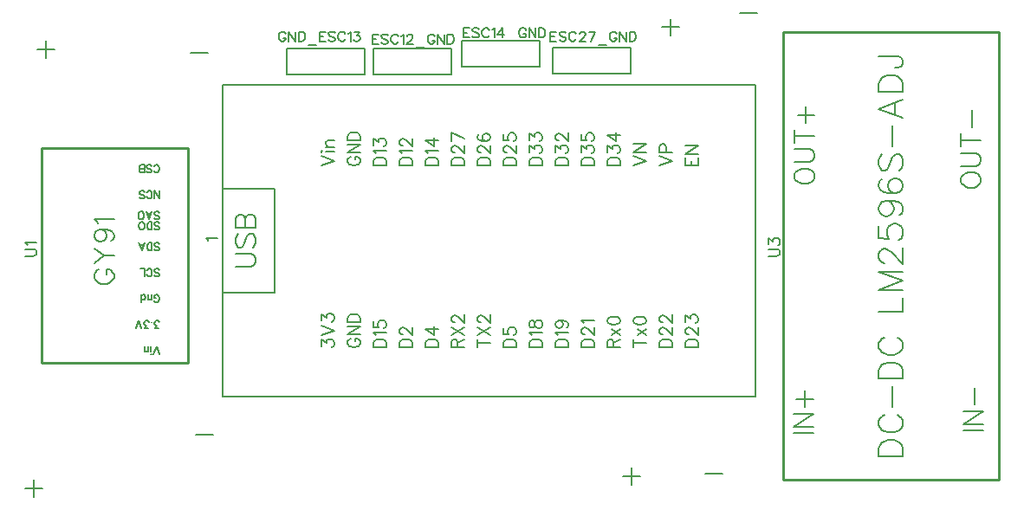
<source format=gto>
G04 Layer: TopSilkscreenLayer*
G04 EasyEDA v6.5.50, 2025-05-22 18:22:48*
G04 fc6da040da284c709fc099fb5742b6c8,f287e63262dc457b8036977447f4c865,10*
G04 Gerber Generator version 0.2*
G04 Scale: 100 percent, Rotated: No, Reflected: No *
G04 Dimensions in millimeters *
G04 leading zeros omitted , absolute positions ,4 integer and 5 decimal *
%FSLAX45Y45*%
%MOMM*%

%ADD10C,0.2032*%
%ADD11C,0.1524*%
%ADD12C,0.1270*%
%ADD13C,0.2030*%
%ADD14C,0.2540*%
%ADD15C,0.0198*%

%LPD*%
D10*
X3512058Y4228592D02*
G01*
X3512058Y4062476D01*
X3429000Y4145534D02*
G01*
X3595370Y4145534D01*
X3626358Y8521192D02*
G01*
X3626358Y8355076D01*
X3543300Y8438134D02*
G01*
X3709670Y8438134D01*
X10071100Y4290542D02*
G01*
X10237470Y4290542D01*
X9354058Y4348200D02*
G01*
X9354058Y4182084D01*
X9271000Y4265142D02*
G01*
X9437370Y4265142D01*
X10414000Y8793734D02*
G01*
X10580370Y8793734D01*
X9735058Y8737092D02*
G01*
X9735058Y8570976D01*
X9652000Y8654034D02*
G01*
X9818370Y8654034D01*
X5092700Y4666234D02*
G01*
X5259070Y4666234D01*
X5041900Y8400034D02*
G01*
X5208270Y8400034D01*
D11*
X5214111Y6565900D02*
G01*
X5208777Y6576313D01*
X5193284Y6591808D01*
X5302250Y6591808D01*
X5484622Y6311900D02*
G01*
X5623052Y6311900D01*
X5650738Y6321044D01*
X5669279Y6339586D01*
X5678424Y6367271D01*
X5678424Y6385813D01*
X5669279Y6413500D01*
X5650738Y6432042D01*
X5623052Y6441186D01*
X5484622Y6441186D01*
X5512308Y6631431D02*
G01*
X5493765Y6612889D01*
X5484622Y6585204D01*
X5484622Y6548373D01*
X5493765Y6520687D01*
X5512308Y6502145D01*
X5530850Y6502145D01*
X5549138Y6511289D01*
X5558536Y6520687D01*
X5567679Y6539229D01*
X5586222Y6594602D01*
X5595365Y6612889D01*
X5604509Y6622287D01*
X5623052Y6631431D01*
X5650738Y6631431D01*
X5669279Y6612889D01*
X5678424Y6585204D01*
X5678424Y6548373D01*
X5669279Y6520687D01*
X5650738Y6502145D01*
X5484622Y6692392D02*
G01*
X5678424Y6692392D01*
X5484622Y6692392D02*
G01*
X5484622Y6775450D01*
X5493765Y6803389D01*
X5502909Y6812534D01*
X5521452Y6821678D01*
X5539993Y6821678D01*
X5558536Y6812534D01*
X5567679Y6803389D01*
X5576824Y6775450D01*
X5576824Y6692392D02*
G01*
X5576824Y6775450D01*
X5586222Y6803389D01*
X5595365Y6812534D01*
X5613908Y6821678D01*
X5641593Y6821678D01*
X5660136Y6812534D01*
X5669279Y6803389D01*
X5678424Y6775450D01*
X5678424Y6692392D01*
D10*
X6323329Y5535929D02*
G01*
X6323329Y5599429D01*
X6369558Y5564886D01*
X6369558Y5582157D01*
X6375400Y5593842D01*
X6381241Y5599429D01*
X6398513Y5605271D01*
X6409943Y5605271D01*
X6427470Y5599429D01*
X6438900Y5588000D01*
X6444741Y5570728D01*
X6444741Y5553455D01*
X6438900Y5535929D01*
X6433058Y5530342D01*
X6421627Y5524500D01*
X6323329Y5643371D02*
G01*
X6444741Y5689600D01*
X6323329Y5735828D02*
G01*
X6444741Y5689600D01*
X6323329Y5785357D02*
G01*
X6323329Y5848857D01*
X6369558Y5814313D01*
X6369558Y5831586D01*
X6375400Y5843270D01*
X6381241Y5848857D01*
X6398513Y5854700D01*
X6409943Y5854700D01*
X6427470Y5848857D01*
X6438900Y5837428D01*
X6444741Y5820155D01*
X6444741Y5802629D01*
X6438900Y5785357D01*
X6433058Y5779770D01*
X6421627Y5773928D01*
X6606286Y5611113D02*
G01*
X6594856Y5605271D01*
X6583172Y5593842D01*
X6577329Y5582157D01*
X6577329Y5559044D01*
X6583172Y5547613D01*
X6594856Y5535929D01*
X6606286Y5530342D01*
X6623558Y5524500D01*
X6652513Y5524500D01*
X6669786Y5530342D01*
X6681470Y5535929D01*
X6692900Y5547613D01*
X6698741Y5559044D01*
X6698741Y5582157D01*
X6692900Y5593842D01*
X6681470Y5605271D01*
X6669786Y5611113D01*
X6652513Y5611113D01*
X6652513Y5582157D02*
G01*
X6652513Y5611113D01*
X6577329Y5649213D02*
G01*
X6698741Y5649213D01*
X6577329Y5649213D02*
G01*
X6698741Y5729986D01*
X6577329Y5729986D02*
G01*
X6698741Y5729986D01*
X6577329Y5768086D02*
G01*
X6698741Y5768086D01*
X6577329Y5768086D02*
G01*
X6577329Y5808471D01*
X6583172Y5825744D01*
X6594856Y5837428D01*
X6606286Y5843270D01*
X6623558Y5848857D01*
X6652513Y5848857D01*
X6669786Y5843270D01*
X6681470Y5837428D01*
X6692900Y5825744D01*
X6698741Y5808471D01*
X6698741Y5768086D01*
X6831329Y5524500D02*
G01*
X6952741Y5524500D01*
X6831329Y5524500D02*
G01*
X6831329Y5564886D01*
X6837172Y5582157D01*
X6848856Y5593842D01*
X6860286Y5599429D01*
X6877558Y5605271D01*
X6906513Y5605271D01*
X6923786Y5599429D01*
X6935470Y5593842D01*
X6946900Y5582157D01*
X6952741Y5564886D01*
X6952741Y5524500D01*
X6854443Y5643371D02*
G01*
X6848856Y5655055D01*
X6831329Y5672328D01*
X6952741Y5672328D01*
X6831329Y5779770D02*
G01*
X6831329Y5721857D01*
X6883400Y5716270D01*
X6877558Y5721857D01*
X6871970Y5739129D01*
X6871970Y5756655D01*
X6877558Y5773928D01*
X6889241Y5785357D01*
X6906513Y5791200D01*
X6917943Y5791200D01*
X6935470Y5785357D01*
X6946900Y5773928D01*
X6952741Y5756655D01*
X6952741Y5739129D01*
X6946900Y5721857D01*
X6941058Y5716270D01*
X6929627Y5710428D01*
X7085329Y5524500D02*
G01*
X7206741Y5524500D01*
X7085329Y5524500D02*
G01*
X7085329Y5564886D01*
X7091172Y5582157D01*
X7102856Y5593842D01*
X7114286Y5599429D01*
X7131558Y5605271D01*
X7160513Y5605271D01*
X7177786Y5599429D01*
X7189470Y5593842D01*
X7200900Y5582157D01*
X7206741Y5564886D01*
X7206741Y5524500D01*
X7114286Y5649213D02*
G01*
X7108443Y5649213D01*
X7097013Y5655055D01*
X7091172Y5660644D01*
X7085329Y5672328D01*
X7085329Y5695442D01*
X7091172Y5706871D01*
X7097013Y5712713D01*
X7108443Y5718555D01*
X7120127Y5718555D01*
X7131558Y5712713D01*
X7148829Y5701029D01*
X7206741Y5643371D01*
X7206741Y5724144D01*
X7339329Y5524500D02*
G01*
X7460741Y5524500D01*
X7339329Y5524500D02*
G01*
X7339329Y5564886D01*
X7345172Y5582157D01*
X7356856Y5593842D01*
X7368286Y5599429D01*
X7385558Y5605271D01*
X7414513Y5605271D01*
X7431786Y5599429D01*
X7443470Y5593842D01*
X7454900Y5582157D01*
X7460741Y5564886D01*
X7460741Y5524500D01*
X7339329Y5701029D02*
G01*
X7420356Y5643371D01*
X7420356Y5729986D01*
X7339329Y5701029D02*
G01*
X7460741Y5701029D01*
X7593329Y5524500D02*
G01*
X7714741Y5524500D01*
X7593329Y5524500D02*
G01*
X7593329Y5576570D01*
X7599172Y5593842D01*
X7605013Y5599429D01*
X7616443Y5605271D01*
X7628127Y5605271D01*
X7639558Y5599429D01*
X7645400Y5593842D01*
X7651241Y5576570D01*
X7651241Y5524500D01*
X7651241Y5564886D02*
G01*
X7714741Y5605271D01*
X7593329Y5643371D02*
G01*
X7714741Y5724144D01*
X7593329Y5724144D02*
G01*
X7714741Y5643371D01*
X7622286Y5768086D02*
G01*
X7616443Y5768086D01*
X7605013Y5773928D01*
X7599172Y5779770D01*
X7593329Y5791200D01*
X7593329Y5814313D01*
X7599172Y5825744D01*
X7605013Y5831586D01*
X7616443Y5837428D01*
X7628127Y5837428D01*
X7639558Y5831586D01*
X7656829Y5820155D01*
X7714741Y5762244D01*
X7714741Y5843270D01*
X7847329Y5564886D02*
G01*
X7968741Y5564886D01*
X7847329Y5524500D02*
G01*
X7847329Y5605271D01*
X7847329Y5643371D02*
G01*
X7968741Y5724144D01*
X7847329Y5724144D02*
G01*
X7968741Y5643371D01*
X7876286Y5768086D02*
G01*
X7870443Y5768086D01*
X7859013Y5773928D01*
X7853172Y5779770D01*
X7847329Y5791200D01*
X7847329Y5814313D01*
X7853172Y5825744D01*
X7859013Y5831586D01*
X7870443Y5837428D01*
X7882127Y5837428D01*
X7893558Y5831586D01*
X7910829Y5820155D01*
X7968741Y5762244D01*
X7968741Y5843270D01*
X8101329Y5524500D02*
G01*
X8222741Y5524500D01*
X8101329Y5524500D02*
G01*
X8101329Y5564886D01*
X8107172Y5582157D01*
X8118856Y5593842D01*
X8130286Y5599429D01*
X8147558Y5605271D01*
X8176513Y5605271D01*
X8193786Y5599429D01*
X8205470Y5593842D01*
X8216900Y5582157D01*
X8222741Y5564886D01*
X8222741Y5524500D01*
X8101329Y5712713D02*
G01*
X8101329Y5655055D01*
X8153400Y5649213D01*
X8147558Y5655055D01*
X8141970Y5672328D01*
X8141970Y5689600D01*
X8147558Y5706871D01*
X8159241Y5718555D01*
X8176513Y5724144D01*
X8187943Y5724144D01*
X8205470Y5718555D01*
X8216900Y5706871D01*
X8222741Y5689600D01*
X8222741Y5672328D01*
X8216900Y5655055D01*
X8211058Y5649213D01*
X8199627Y5643371D01*
X8355329Y5524500D02*
G01*
X8476741Y5524500D01*
X8355329Y5524500D02*
G01*
X8355329Y5564886D01*
X8361172Y5582157D01*
X8372856Y5593842D01*
X8384286Y5599429D01*
X8401558Y5605271D01*
X8430513Y5605271D01*
X8447786Y5599429D01*
X8459470Y5593842D01*
X8470900Y5582157D01*
X8476741Y5564886D01*
X8476741Y5524500D01*
X8378443Y5643371D02*
G01*
X8372856Y5655055D01*
X8355329Y5672328D01*
X8476741Y5672328D01*
X8355329Y5739129D02*
G01*
X8361172Y5721857D01*
X8372856Y5716270D01*
X8384286Y5716270D01*
X8395970Y5721857D01*
X8401558Y5733542D01*
X8407400Y5756655D01*
X8413241Y5773928D01*
X8424672Y5785357D01*
X8436356Y5791200D01*
X8453627Y5791200D01*
X8465058Y5785357D01*
X8470900Y5779770D01*
X8476741Y5762244D01*
X8476741Y5739129D01*
X8470900Y5721857D01*
X8465058Y5716270D01*
X8453627Y5710428D01*
X8436356Y5710428D01*
X8424672Y5716270D01*
X8413241Y5727700D01*
X8407400Y5744971D01*
X8401558Y5768086D01*
X8395970Y5779770D01*
X8384286Y5785357D01*
X8372856Y5785357D01*
X8361172Y5779770D01*
X8355329Y5762244D01*
X8355329Y5739129D01*
X8609329Y5524500D02*
G01*
X8730741Y5524500D01*
X8609329Y5524500D02*
G01*
X8609329Y5564886D01*
X8615172Y5582157D01*
X8626856Y5593842D01*
X8638286Y5599429D01*
X8655558Y5605271D01*
X8684513Y5605271D01*
X8701786Y5599429D01*
X8713470Y5593842D01*
X8724900Y5582157D01*
X8730741Y5564886D01*
X8730741Y5524500D01*
X8632443Y5643371D02*
G01*
X8626856Y5655055D01*
X8609329Y5672328D01*
X8730741Y5672328D01*
X8649970Y5785357D02*
G01*
X8667241Y5779770D01*
X8678672Y5768086D01*
X8684513Y5750813D01*
X8684513Y5744971D01*
X8678672Y5727700D01*
X8667241Y5716270D01*
X8649970Y5710428D01*
X8644127Y5710428D01*
X8626856Y5716270D01*
X8615172Y5727700D01*
X8609329Y5744971D01*
X8609329Y5750813D01*
X8615172Y5768086D01*
X8626856Y5779770D01*
X8649970Y5785357D01*
X8678672Y5785357D01*
X8707627Y5779770D01*
X8724900Y5768086D01*
X8730741Y5750813D01*
X8730741Y5739129D01*
X8724900Y5721857D01*
X8713470Y5716270D01*
X8863329Y5524500D02*
G01*
X8984741Y5524500D01*
X8863329Y5524500D02*
G01*
X8863329Y5564886D01*
X8869172Y5582157D01*
X8880856Y5593842D01*
X8892286Y5599429D01*
X8909558Y5605271D01*
X8938513Y5605271D01*
X8955786Y5599429D01*
X8967470Y5593842D01*
X8978900Y5582157D01*
X8984741Y5564886D01*
X8984741Y5524500D01*
X8892286Y5649213D02*
G01*
X8886443Y5649213D01*
X8875013Y5655055D01*
X8869172Y5660644D01*
X8863329Y5672328D01*
X8863329Y5695442D01*
X8869172Y5706871D01*
X8875013Y5712713D01*
X8886443Y5718555D01*
X8898127Y5718555D01*
X8909558Y5712713D01*
X8926829Y5701029D01*
X8984741Y5643371D01*
X8984741Y5724144D01*
X8886443Y5762244D02*
G01*
X8880856Y5773928D01*
X8863329Y5791200D01*
X8984741Y5791200D01*
X9117329Y5524500D02*
G01*
X9238741Y5524500D01*
X9117329Y5524500D02*
G01*
X9117329Y5576570D01*
X9123172Y5593842D01*
X9129013Y5599429D01*
X9140443Y5605271D01*
X9152127Y5605271D01*
X9163558Y5599429D01*
X9169400Y5593842D01*
X9175241Y5576570D01*
X9175241Y5524500D01*
X9175241Y5564886D02*
G01*
X9238741Y5605271D01*
X9157970Y5643371D02*
G01*
X9238741Y5706871D01*
X9157970Y5706871D02*
G01*
X9238741Y5643371D01*
X9117329Y5779770D02*
G01*
X9123172Y5762244D01*
X9140443Y5750813D01*
X9169400Y5744971D01*
X9186672Y5744971D01*
X9215627Y5750813D01*
X9232900Y5762244D01*
X9238741Y5779770D01*
X9238741Y5791200D01*
X9232900Y5808471D01*
X9215627Y5820155D01*
X9186672Y5825744D01*
X9169400Y5825744D01*
X9140443Y5820155D01*
X9123172Y5808471D01*
X9117329Y5791200D01*
X9117329Y5779770D01*
X9371329Y5564886D02*
G01*
X9492741Y5564886D01*
X9371329Y5524500D02*
G01*
X9371329Y5605271D01*
X9411970Y5643371D02*
G01*
X9492741Y5706871D01*
X9411970Y5706871D02*
G01*
X9492741Y5643371D01*
X9371329Y5779770D02*
G01*
X9377172Y5762244D01*
X9394443Y5750813D01*
X9423400Y5744971D01*
X9440672Y5744971D01*
X9469627Y5750813D01*
X9486900Y5762244D01*
X9492741Y5779770D01*
X9492741Y5791200D01*
X9486900Y5808471D01*
X9469627Y5820155D01*
X9440672Y5825744D01*
X9423400Y5825744D01*
X9394443Y5820155D01*
X9377172Y5808471D01*
X9371329Y5791200D01*
X9371329Y5779770D01*
X9625329Y5524500D02*
G01*
X9746741Y5524500D01*
X9625329Y5524500D02*
G01*
X9625329Y5564886D01*
X9631172Y5582157D01*
X9642856Y5593842D01*
X9654286Y5599429D01*
X9671558Y5605271D01*
X9700513Y5605271D01*
X9717786Y5599429D01*
X9729470Y5593842D01*
X9740900Y5582157D01*
X9746741Y5564886D01*
X9746741Y5524500D01*
X9654286Y5649213D02*
G01*
X9648443Y5649213D01*
X9637013Y5655055D01*
X9631172Y5660644D01*
X9625329Y5672328D01*
X9625329Y5695442D01*
X9631172Y5706871D01*
X9637013Y5712713D01*
X9648443Y5718555D01*
X9660127Y5718555D01*
X9671558Y5712713D01*
X9688829Y5701029D01*
X9746741Y5643371D01*
X9746741Y5724144D01*
X9654286Y5768086D02*
G01*
X9648443Y5768086D01*
X9637013Y5773928D01*
X9631172Y5779770D01*
X9625329Y5791200D01*
X9625329Y5814313D01*
X9631172Y5825744D01*
X9637013Y5831586D01*
X9648443Y5837428D01*
X9660127Y5837428D01*
X9671558Y5831586D01*
X9688829Y5820155D01*
X9746741Y5762244D01*
X9746741Y5843270D01*
X9879329Y5524500D02*
G01*
X10000741Y5524500D01*
X9879329Y5524500D02*
G01*
X9879329Y5564886D01*
X9885172Y5582157D01*
X9896856Y5593842D01*
X9908286Y5599429D01*
X9925558Y5605271D01*
X9954513Y5605271D01*
X9971786Y5599429D01*
X9983470Y5593842D01*
X9994900Y5582157D01*
X10000741Y5564886D01*
X10000741Y5524500D01*
X9908286Y5649213D02*
G01*
X9902443Y5649213D01*
X9891013Y5655055D01*
X9885172Y5660644D01*
X9879329Y5672328D01*
X9879329Y5695442D01*
X9885172Y5706871D01*
X9891013Y5712713D01*
X9902443Y5718555D01*
X9914127Y5718555D01*
X9925558Y5712713D01*
X9942829Y5701029D01*
X10000741Y5643371D01*
X10000741Y5724144D01*
X9879329Y5773928D02*
G01*
X9879329Y5837428D01*
X9925558Y5802629D01*
X9925558Y5820155D01*
X9931400Y5831586D01*
X9937241Y5837428D01*
X9954513Y5843270D01*
X9965943Y5843270D01*
X9983470Y5837428D01*
X9994900Y5825744D01*
X10000741Y5808471D01*
X10000741Y5791200D01*
X9994900Y5773928D01*
X9989058Y5768086D01*
X9977627Y5762244D01*
X6323329Y7302500D02*
G01*
X6444741Y7348728D01*
X6323329Y7394955D02*
G01*
X6444741Y7348728D01*
X6323329Y7433055D02*
G01*
X6329172Y7438644D01*
X6323329Y7444486D01*
X6317741Y7438644D01*
X6323329Y7433055D01*
X6363970Y7438644D02*
G01*
X6444741Y7438644D01*
X6363970Y7482586D02*
G01*
X6444741Y7482586D01*
X6386829Y7482586D02*
G01*
X6369558Y7499858D01*
X6363970Y7511542D01*
X6363970Y7528813D01*
X6369558Y7540244D01*
X6386829Y7546086D01*
X6444741Y7546086D01*
X6606286Y7389113D02*
G01*
X6594856Y7383271D01*
X6583172Y7371842D01*
X6577329Y7360158D01*
X6577329Y7337044D01*
X6583172Y7325613D01*
X6594856Y7313929D01*
X6606286Y7308342D01*
X6623558Y7302500D01*
X6652513Y7302500D01*
X6669786Y7308342D01*
X6681470Y7313929D01*
X6692900Y7325613D01*
X6698741Y7337044D01*
X6698741Y7360158D01*
X6692900Y7371842D01*
X6681470Y7383271D01*
X6669786Y7389113D01*
X6652513Y7389113D01*
X6652513Y7360158D02*
G01*
X6652513Y7389113D01*
X6577329Y7427213D02*
G01*
X6698741Y7427213D01*
X6577329Y7427213D02*
G01*
X6698741Y7507986D01*
X6577329Y7507986D02*
G01*
X6698741Y7507986D01*
X6577329Y7546086D02*
G01*
X6698741Y7546086D01*
X6577329Y7546086D02*
G01*
X6577329Y7586471D01*
X6583172Y7603744D01*
X6594856Y7615428D01*
X6606286Y7621270D01*
X6623558Y7626858D01*
X6652513Y7626858D01*
X6669786Y7621270D01*
X6681470Y7615428D01*
X6692900Y7603744D01*
X6698741Y7586471D01*
X6698741Y7546086D01*
X6831329Y7302500D02*
G01*
X6952741Y7302500D01*
X6831329Y7302500D02*
G01*
X6831329Y7342886D01*
X6837172Y7360158D01*
X6848856Y7371842D01*
X6860286Y7377429D01*
X6877558Y7383271D01*
X6906513Y7383271D01*
X6923786Y7377429D01*
X6935470Y7371842D01*
X6946900Y7360158D01*
X6952741Y7342886D01*
X6952741Y7302500D01*
X6854443Y7421371D02*
G01*
X6848856Y7433055D01*
X6831329Y7450328D01*
X6952741Y7450328D01*
X6831329Y7499858D02*
G01*
X6831329Y7563358D01*
X6877558Y7528813D01*
X6877558Y7546086D01*
X6883400Y7557770D01*
X6889241Y7563358D01*
X6906513Y7569200D01*
X6917943Y7569200D01*
X6935470Y7563358D01*
X6946900Y7551928D01*
X6952741Y7534655D01*
X6952741Y7517129D01*
X6946900Y7499858D01*
X6941058Y7494270D01*
X6929627Y7488428D01*
X7085329Y7302500D02*
G01*
X7206741Y7302500D01*
X7085329Y7302500D02*
G01*
X7085329Y7342886D01*
X7091172Y7360158D01*
X7102856Y7371842D01*
X7114286Y7377429D01*
X7131558Y7383271D01*
X7160513Y7383271D01*
X7177786Y7377429D01*
X7189470Y7371842D01*
X7200900Y7360158D01*
X7206741Y7342886D01*
X7206741Y7302500D01*
X7108443Y7421371D02*
G01*
X7102856Y7433055D01*
X7085329Y7450328D01*
X7206741Y7450328D01*
X7114286Y7494270D02*
G01*
X7108443Y7494270D01*
X7097013Y7499858D01*
X7091172Y7505700D01*
X7085329Y7517129D01*
X7085329Y7540244D01*
X7091172Y7551928D01*
X7097013Y7557770D01*
X7108443Y7563358D01*
X7120127Y7563358D01*
X7131558Y7557770D01*
X7148829Y7546086D01*
X7206741Y7488428D01*
X7206741Y7569200D01*
X7339329Y7302500D02*
G01*
X7460741Y7302500D01*
X7339329Y7302500D02*
G01*
X7339329Y7342886D01*
X7345172Y7360158D01*
X7356856Y7371842D01*
X7368286Y7377429D01*
X7385558Y7383271D01*
X7414513Y7383271D01*
X7431786Y7377429D01*
X7443470Y7371842D01*
X7454900Y7360158D01*
X7460741Y7342886D01*
X7460741Y7302500D01*
X7362443Y7421371D02*
G01*
X7356856Y7433055D01*
X7339329Y7450328D01*
X7460741Y7450328D01*
X7339329Y7546086D02*
G01*
X7420356Y7488428D01*
X7420356Y7575042D01*
X7339329Y7546086D02*
G01*
X7460741Y7546086D01*
X7593329Y7302500D02*
G01*
X7714741Y7302500D01*
X7593329Y7302500D02*
G01*
X7593329Y7342886D01*
X7599172Y7360158D01*
X7610856Y7371842D01*
X7622286Y7377429D01*
X7639558Y7383271D01*
X7668513Y7383271D01*
X7685786Y7377429D01*
X7697470Y7371842D01*
X7708900Y7360158D01*
X7714741Y7342886D01*
X7714741Y7302500D01*
X7622286Y7427213D02*
G01*
X7616443Y7427213D01*
X7605013Y7433055D01*
X7599172Y7438644D01*
X7593329Y7450328D01*
X7593329Y7473442D01*
X7599172Y7484871D01*
X7605013Y7490713D01*
X7616443Y7496555D01*
X7628127Y7496555D01*
X7639558Y7490713D01*
X7656829Y7479029D01*
X7714741Y7421371D01*
X7714741Y7502144D01*
X7593329Y7621270D02*
G01*
X7714741Y7563358D01*
X7593329Y7540244D02*
G01*
X7593329Y7621270D01*
X7847329Y7302500D02*
G01*
X7968741Y7302500D01*
X7847329Y7302500D02*
G01*
X7847329Y7342886D01*
X7853172Y7360158D01*
X7864856Y7371842D01*
X7876286Y7377429D01*
X7893558Y7383271D01*
X7922513Y7383271D01*
X7939786Y7377429D01*
X7951470Y7371842D01*
X7962900Y7360158D01*
X7968741Y7342886D01*
X7968741Y7302500D01*
X7876286Y7427213D02*
G01*
X7870443Y7427213D01*
X7859013Y7433055D01*
X7853172Y7438644D01*
X7847329Y7450328D01*
X7847329Y7473442D01*
X7853172Y7484871D01*
X7859013Y7490713D01*
X7870443Y7496555D01*
X7882127Y7496555D01*
X7893558Y7490713D01*
X7910829Y7479029D01*
X7968741Y7421371D01*
X7968741Y7502144D01*
X7864856Y7609586D02*
G01*
X7853172Y7603744D01*
X7847329Y7586471D01*
X7847329Y7575042D01*
X7853172Y7557770D01*
X7870443Y7546086D01*
X7899400Y7540244D01*
X7928356Y7540244D01*
X7951470Y7546086D01*
X7962900Y7557770D01*
X7968741Y7575042D01*
X7968741Y7580629D01*
X7962900Y7598155D01*
X7951470Y7609586D01*
X7933943Y7615428D01*
X7928356Y7615428D01*
X7910829Y7609586D01*
X7899400Y7598155D01*
X7893558Y7580629D01*
X7893558Y7575042D01*
X7899400Y7557770D01*
X7910829Y7546086D01*
X7928356Y7540244D01*
X8101329Y7302500D02*
G01*
X8222741Y7302500D01*
X8101329Y7302500D02*
G01*
X8101329Y7342886D01*
X8107172Y7360158D01*
X8118856Y7371842D01*
X8130286Y7377429D01*
X8147558Y7383271D01*
X8176513Y7383271D01*
X8193786Y7377429D01*
X8205470Y7371842D01*
X8216900Y7360158D01*
X8222741Y7342886D01*
X8222741Y7302500D01*
X8130286Y7427213D02*
G01*
X8124443Y7427213D01*
X8113013Y7433055D01*
X8107172Y7438644D01*
X8101329Y7450328D01*
X8101329Y7473442D01*
X8107172Y7484871D01*
X8113013Y7490713D01*
X8124443Y7496555D01*
X8136127Y7496555D01*
X8147558Y7490713D01*
X8164829Y7479029D01*
X8222741Y7421371D01*
X8222741Y7502144D01*
X8101329Y7609586D02*
G01*
X8101329Y7551928D01*
X8153400Y7546086D01*
X8147558Y7551928D01*
X8141970Y7569200D01*
X8141970Y7586471D01*
X8147558Y7603744D01*
X8159241Y7615428D01*
X8176513Y7621270D01*
X8187943Y7621270D01*
X8205470Y7615428D01*
X8216900Y7603744D01*
X8222741Y7586471D01*
X8222741Y7569200D01*
X8216900Y7551928D01*
X8211058Y7546086D01*
X8199627Y7540244D01*
X8355329Y7302500D02*
G01*
X8476741Y7302500D01*
X8355329Y7302500D02*
G01*
X8355329Y7342886D01*
X8361172Y7360158D01*
X8372856Y7371842D01*
X8384286Y7377429D01*
X8401558Y7383271D01*
X8430513Y7383271D01*
X8447786Y7377429D01*
X8459470Y7371842D01*
X8470900Y7360158D01*
X8476741Y7342886D01*
X8476741Y7302500D01*
X8355329Y7433055D02*
G01*
X8355329Y7496555D01*
X8401558Y7461758D01*
X8401558Y7479029D01*
X8407400Y7490713D01*
X8413241Y7496555D01*
X8430513Y7502144D01*
X8441943Y7502144D01*
X8459470Y7496555D01*
X8470900Y7484871D01*
X8476741Y7467600D01*
X8476741Y7450328D01*
X8470900Y7433055D01*
X8465058Y7427213D01*
X8453627Y7421371D01*
X8355329Y7551928D02*
G01*
X8355329Y7615428D01*
X8401558Y7580629D01*
X8401558Y7598155D01*
X8407400Y7609586D01*
X8413241Y7615428D01*
X8430513Y7621270D01*
X8441943Y7621270D01*
X8459470Y7615428D01*
X8470900Y7603744D01*
X8476741Y7586471D01*
X8476741Y7569200D01*
X8470900Y7551928D01*
X8465058Y7546086D01*
X8453627Y7540244D01*
X8609329Y7302500D02*
G01*
X8730741Y7302500D01*
X8609329Y7302500D02*
G01*
X8609329Y7342886D01*
X8615172Y7360158D01*
X8626856Y7371842D01*
X8638286Y7377429D01*
X8655558Y7383271D01*
X8684513Y7383271D01*
X8701786Y7377429D01*
X8713470Y7371842D01*
X8724900Y7360158D01*
X8730741Y7342886D01*
X8730741Y7302500D01*
X8609329Y7433055D02*
G01*
X8609329Y7496555D01*
X8655558Y7461758D01*
X8655558Y7479029D01*
X8661400Y7490713D01*
X8667241Y7496555D01*
X8684513Y7502144D01*
X8695943Y7502144D01*
X8713470Y7496555D01*
X8724900Y7484871D01*
X8730741Y7467600D01*
X8730741Y7450328D01*
X8724900Y7433055D01*
X8719058Y7427213D01*
X8707627Y7421371D01*
X8638286Y7546086D02*
G01*
X8632443Y7546086D01*
X8621013Y7551928D01*
X8615172Y7557770D01*
X8609329Y7569200D01*
X8609329Y7592313D01*
X8615172Y7603744D01*
X8621013Y7609586D01*
X8632443Y7615428D01*
X8644127Y7615428D01*
X8655558Y7609586D01*
X8672829Y7598155D01*
X8730741Y7540244D01*
X8730741Y7621270D01*
X8863329Y7302500D02*
G01*
X8984741Y7302500D01*
X8863329Y7302500D02*
G01*
X8863329Y7342886D01*
X8869172Y7360158D01*
X8880856Y7371842D01*
X8892286Y7377429D01*
X8909558Y7383271D01*
X8938513Y7383271D01*
X8955786Y7377429D01*
X8967470Y7371842D01*
X8978900Y7360158D01*
X8984741Y7342886D01*
X8984741Y7302500D01*
X8863329Y7433055D02*
G01*
X8863329Y7496555D01*
X8909558Y7461758D01*
X8909558Y7479029D01*
X8915400Y7490713D01*
X8921241Y7496555D01*
X8938513Y7502144D01*
X8949943Y7502144D01*
X8967470Y7496555D01*
X8978900Y7484871D01*
X8984741Y7467600D01*
X8984741Y7450328D01*
X8978900Y7433055D01*
X8973058Y7427213D01*
X8961627Y7421371D01*
X8863329Y7609586D02*
G01*
X8863329Y7551928D01*
X8915400Y7546086D01*
X8909558Y7551928D01*
X8903970Y7569200D01*
X8903970Y7586471D01*
X8909558Y7603744D01*
X8921241Y7615428D01*
X8938513Y7621270D01*
X8949943Y7621270D01*
X8967470Y7615428D01*
X8978900Y7603744D01*
X8984741Y7586471D01*
X8984741Y7569200D01*
X8978900Y7551928D01*
X8973058Y7546086D01*
X8961627Y7540244D01*
X9117329Y7302500D02*
G01*
X9238741Y7302500D01*
X9117329Y7302500D02*
G01*
X9117329Y7342886D01*
X9123172Y7360158D01*
X9134856Y7371842D01*
X9146286Y7377429D01*
X9163558Y7383271D01*
X9192513Y7383271D01*
X9209786Y7377429D01*
X9221470Y7371842D01*
X9232900Y7360158D01*
X9238741Y7342886D01*
X9238741Y7302500D01*
X9117329Y7433055D02*
G01*
X9117329Y7496555D01*
X9163558Y7461758D01*
X9163558Y7479029D01*
X9169400Y7490713D01*
X9175241Y7496555D01*
X9192513Y7502144D01*
X9203943Y7502144D01*
X9221470Y7496555D01*
X9232900Y7484871D01*
X9238741Y7467600D01*
X9238741Y7450328D01*
X9232900Y7433055D01*
X9227058Y7427213D01*
X9215627Y7421371D01*
X9117329Y7598155D02*
G01*
X9198356Y7540244D01*
X9198356Y7626858D01*
X9117329Y7598155D02*
G01*
X9238741Y7598155D01*
X9371329Y7302500D02*
G01*
X9492741Y7348728D01*
X9371329Y7394955D02*
G01*
X9492741Y7348728D01*
X9371329Y7433055D02*
G01*
X9492741Y7433055D01*
X9371329Y7433055D02*
G01*
X9492741Y7513828D01*
X9371329Y7513828D02*
G01*
X9492741Y7513828D01*
X9625329Y7302500D02*
G01*
X9746741Y7348728D01*
X9625329Y7394955D02*
G01*
X9746741Y7348728D01*
X9625329Y7433055D02*
G01*
X9746741Y7433055D01*
X9625329Y7433055D02*
G01*
X9625329Y7484871D01*
X9631172Y7502144D01*
X9637013Y7507986D01*
X9648443Y7513828D01*
X9665970Y7513828D01*
X9677400Y7507986D01*
X9683241Y7502144D01*
X9688829Y7484871D01*
X9688829Y7433055D01*
X9879329Y7302500D02*
G01*
X10000741Y7302500D01*
X9879329Y7302500D02*
G01*
X9879329Y7377429D01*
X9937241Y7302500D02*
G01*
X9937241Y7348728D01*
X10000741Y7302500D02*
G01*
X10000741Y7377429D01*
X9879329Y7415529D02*
G01*
X10000741Y7415529D01*
X9879329Y7415529D02*
G01*
X10000741Y7496555D01*
X9879329Y7496555D02*
G01*
X10000741Y7496555D01*
D11*
X8559800Y8609837D02*
G01*
X8559800Y8514334D01*
X8559800Y8609837D02*
G01*
X8618981Y8609837D01*
X8559800Y8564371D02*
G01*
X8596122Y8564371D01*
X8559800Y8514334D02*
G01*
X8618981Y8514334D01*
X8712454Y8596376D02*
G01*
X8703309Y8605265D01*
X8689847Y8609837D01*
X8671559Y8609837D01*
X8658097Y8605265D01*
X8648954Y8596376D01*
X8648954Y8587231D01*
X8653525Y8578087D01*
X8658097Y8573515D01*
X8666988Y8568944D01*
X8694420Y8559800D01*
X8703309Y8555481D01*
X8707881Y8550910D01*
X8712454Y8541765D01*
X8712454Y8528050D01*
X8703309Y8518905D01*
X8689847Y8514334D01*
X8671559Y8514334D01*
X8658097Y8518905D01*
X8648954Y8528050D01*
X8810752Y8587231D02*
G01*
X8806179Y8596376D01*
X8797036Y8605265D01*
X8787891Y8609837D01*
X8769858Y8609837D01*
X8760713Y8605265D01*
X8751570Y8596376D01*
X8746997Y8587231D01*
X8742425Y8573515D01*
X8742425Y8550910D01*
X8746997Y8537194D01*
X8751570Y8528050D01*
X8760713Y8518905D01*
X8769858Y8514334D01*
X8787891Y8514334D01*
X8797036Y8518905D01*
X8806179Y8528050D01*
X8810752Y8537194D01*
X8845295Y8587231D02*
G01*
X8845295Y8591804D01*
X8849868Y8600694D01*
X8854440Y8605265D01*
X8863329Y8609837D01*
X8881618Y8609837D01*
X8890761Y8605265D01*
X8895334Y8600694D01*
X8899906Y8591804D01*
X8899906Y8582660D01*
X8895334Y8573515D01*
X8886190Y8559800D01*
X8840724Y8514334D01*
X8904224Y8514334D01*
X8997950Y8609837D02*
G01*
X8952484Y8514334D01*
X8934450Y8609837D02*
G01*
X8997950Y8609837D01*
X9027922Y8482584D02*
G01*
X9109709Y8482584D01*
X9208008Y8587231D02*
G01*
X9203436Y8596376D01*
X9194291Y8605265D01*
X9185147Y8609837D01*
X9167113Y8609837D01*
X9157970Y8605265D01*
X9148825Y8596376D01*
X9144254Y8587231D01*
X9139681Y8573515D01*
X9139681Y8550910D01*
X9144254Y8537194D01*
X9148825Y8528050D01*
X9157970Y8518905D01*
X9167113Y8514334D01*
X9185147Y8514334D01*
X9194291Y8518905D01*
X9203436Y8528050D01*
X9208008Y8537194D01*
X9208008Y8550910D01*
X9185147Y8550910D02*
G01*
X9208008Y8550910D01*
X9237979Y8609837D02*
G01*
X9237979Y8514334D01*
X9237979Y8609837D02*
G01*
X9301734Y8514334D01*
X9301734Y8609837D02*
G01*
X9301734Y8514334D01*
X9331706Y8609837D02*
G01*
X9331706Y8514334D01*
X9331706Y8609837D02*
G01*
X9363456Y8609837D01*
X9377172Y8605265D01*
X9386061Y8596376D01*
X9390634Y8587231D01*
X9395206Y8573515D01*
X9395206Y8550910D01*
X9390634Y8537194D01*
X9386061Y8528050D01*
X9377172Y8518905D01*
X9363456Y8514334D01*
X9331706Y8514334D01*
X7708900Y8647937D02*
G01*
X7708900Y8552434D01*
X7708900Y8647937D02*
G01*
X7768081Y8647937D01*
X7708900Y8602471D02*
G01*
X7745222Y8602471D01*
X7708900Y8552434D02*
G01*
X7768081Y8552434D01*
X7861554Y8634476D02*
G01*
X7852409Y8643365D01*
X7838947Y8647937D01*
X7820659Y8647937D01*
X7807197Y8643365D01*
X7798054Y8634476D01*
X7798054Y8625331D01*
X7802625Y8616187D01*
X7807197Y8611615D01*
X7816088Y8607044D01*
X7843520Y8597900D01*
X7852409Y8593581D01*
X7856981Y8589010D01*
X7861554Y8579865D01*
X7861554Y8566150D01*
X7852409Y8557005D01*
X7838947Y8552434D01*
X7820659Y8552434D01*
X7807197Y8557005D01*
X7798054Y8566150D01*
X7959852Y8625331D02*
G01*
X7955279Y8634476D01*
X7946136Y8643365D01*
X7936991Y8647937D01*
X7918958Y8647937D01*
X7909813Y8643365D01*
X7900670Y8634476D01*
X7896097Y8625331D01*
X7891525Y8611615D01*
X7891525Y8589010D01*
X7896097Y8575294D01*
X7900670Y8566150D01*
X7909813Y8557005D01*
X7918958Y8552434D01*
X7936991Y8552434D01*
X7946136Y8557005D01*
X7955279Y8566150D01*
X7959852Y8575294D01*
X7989824Y8629904D02*
G01*
X7998968Y8634476D01*
X8012429Y8647937D01*
X8012429Y8552434D01*
X8087868Y8647937D02*
G01*
X8042656Y8584437D01*
X8110727Y8584437D01*
X8087868Y8647937D02*
G01*
X8087868Y8552434D01*
X8140700Y8520684D02*
G01*
X8222488Y8520684D01*
X8320786Y8625331D02*
G01*
X8316213Y8634476D01*
X8307070Y8643365D01*
X8297925Y8647937D01*
X8279891Y8647937D01*
X8270747Y8643365D01*
X8261604Y8634476D01*
X8257031Y8625331D01*
X8252459Y8611615D01*
X8252459Y8589010D01*
X8257031Y8575294D01*
X8261604Y8566150D01*
X8270747Y8557005D01*
X8279891Y8552434D01*
X8297925Y8552434D01*
X8307070Y8557005D01*
X8316213Y8566150D01*
X8320786Y8575294D01*
X8320786Y8589010D01*
X8297925Y8589010D02*
G01*
X8320786Y8589010D01*
X8350758Y8647937D02*
G01*
X8350758Y8552434D01*
X8350758Y8647937D02*
G01*
X8414258Y8552434D01*
X8414258Y8647937D02*
G01*
X8414258Y8552434D01*
X8444229Y8647937D02*
G01*
X8444229Y8552434D01*
X8444229Y8647937D02*
G01*
X8476234Y8647937D01*
X8489695Y8643365D01*
X8498840Y8634476D01*
X8503411Y8625331D01*
X8507984Y8611615D01*
X8507984Y8589010D01*
X8503411Y8575294D01*
X8498840Y8566150D01*
X8489695Y8557005D01*
X8476234Y8552434D01*
X8444229Y8552434D01*
X6819900Y8584437D02*
G01*
X6819900Y8488934D01*
X6819900Y8584437D02*
G01*
X6879081Y8584437D01*
X6819900Y8538971D02*
G01*
X6856222Y8538971D01*
X6819900Y8488934D02*
G01*
X6879081Y8488934D01*
X6972554Y8570976D02*
G01*
X6963409Y8579865D01*
X6949947Y8584437D01*
X6931659Y8584437D01*
X6918197Y8579865D01*
X6909054Y8570976D01*
X6909054Y8561831D01*
X6913625Y8552687D01*
X6918197Y8548115D01*
X6927088Y8543544D01*
X6954520Y8534400D01*
X6963409Y8530081D01*
X6967981Y8525510D01*
X6972554Y8516365D01*
X6972554Y8502650D01*
X6963409Y8493505D01*
X6949947Y8488934D01*
X6931659Y8488934D01*
X6918197Y8493505D01*
X6909054Y8502650D01*
X7070852Y8561831D02*
G01*
X7066279Y8570976D01*
X7057136Y8579865D01*
X7047991Y8584437D01*
X7029958Y8584437D01*
X7020813Y8579865D01*
X7011670Y8570976D01*
X7007097Y8561831D01*
X7002525Y8548115D01*
X7002525Y8525510D01*
X7007097Y8511794D01*
X7011670Y8502650D01*
X7020813Y8493505D01*
X7029958Y8488934D01*
X7047991Y8488934D01*
X7057136Y8493505D01*
X7066279Y8502650D01*
X7070852Y8511794D01*
X7100824Y8566404D02*
G01*
X7109968Y8570976D01*
X7123429Y8584437D01*
X7123429Y8488934D01*
X7157974Y8561831D02*
G01*
X7157974Y8566404D01*
X7162545Y8575294D01*
X7167118Y8579865D01*
X7176261Y8584437D01*
X7194550Y8584437D01*
X7203440Y8579865D01*
X7208011Y8575294D01*
X7212584Y8566404D01*
X7212584Y8557260D01*
X7208011Y8548115D01*
X7198868Y8534400D01*
X7153656Y8488934D01*
X7217156Y8488934D01*
X7247127Y8457184D02*
G01*
X7328915Y8457184D01*
X7427213Y8561831D02*
G01*
X7422641Y8570976D01*
X7413497Y8579865D01*
X7404354Y8584437D01*
X7386320Y8584437D01*
X7377175Y8579865D01*
X7368031Y8570976D01*
X7363459Y8561831D01*
X7358888Y8548115D01*
X7358888Y8525510D01*
X7363459Y8511794D01*
X7368031Y8502650D01*
X7377175Y8493505D01*
X7386320Y8488934D01*
X7404354Y8488934D01*
X7413497Y8493505D01*
X7422641Y8502650D01*
X7427213Y8511794D01*
X7427213Y8525510D01*
X7404354Y8525510D02*
G01*
X7427213Y8525510D01*
X7457186Y8584437D02*
G01*
X7457186Y8488934D01*
X7457186Y8584437D02*
G01*
X7520686Y8488934D01*
X7520686Y8584437D02*
G01*
X7520686Y8488934D01*
X7550911Y8584437D02*
G01*
X7550911Y8488934D01*
X7550911Y8584437D02*
G01*
X7582661Y8584437D01*
X7596377Y8579865D01*
X7605268Y8570976D01*
X7609840Y8561831D01*
X7614411Y8548115D01*
X7614411Y8525510D01*
X7609840Y8511794D01*
X7605268Y8502650D01*
X7596377Y8493505D01*
X7582661Y8488934D01*
X7550911Y8488934D01*
X5973572Y8587231D02*
G01*
X5969254Y8596376D01*
X5960109Y8605265D01*
X5950965Y8609837D01*
X5932677Y8609837D01*
X5923788Y8605265D01*
X5914643Y8596376D01*
X5910072Y8587231D01*
X5905500Y8573515D01*
X5905500Y8550910D01*
X5910072Y8537194D01*
X5914643Y8528050D01*
X5923788Y8518905D01*
X5932677Y8514334D01*
X5950965Y8514334D01*
X5960109Y8518905D01*
X5969254Y8528050D01*
X5973572Y8537194D01*
X5973572Y8550910D01*
X5950965Y8550910D02*
G01*
X5973572Y8550910D01*
X6003797Y8609837D02*
G01*
X6003797Y8514334D01*
X6003797Y8609837D02*
G01*
X6067297Y8514334D01*
X6067297Y8609837D02*
G01*
X6067297Y8514334D01*
X6097270Y8609837D02*
G01*
X6097270Y8514334D01*
X6097270Y8609837D02*
G01*
X6129020Y8609837D01*
X6142736Y8605265D01*
X6151879Y8596376D01*
X6156452Y8587231D01*
X6161024Y8573515D01*
X6161024Y8550910D01*
X6156452Y8537194D01*
X6151879Y8528050D01*
X6142736Y8518905D01*
X6129020Y8514334D01*
X6097270Y8514334D01*
X6190995Y8482584D02*
G01*
X6272784Y8482584D01*
X6302756Y8609837D02*
G01*
X6302756Y8514334D01*
X6302756Y8609837D02*
G01*
X6361938Y8609837D01*
X6302756Y8564371D02*
G01*
X6339077Y8564371D01*
X6302756Y8514334D02*
G01*
X6361938Y8514334D01*
X6455409Y8596376D02*
G01*
X6446520Y8605265D01*
X6432804Y8609837D01*
X6414515Y8609837D01*
X6401054Y8605265D01*
X6391909Y8596376D01*
X6391909Y8587231D01*
X6396481Y8578087D01*
X6401054Y8573515D01*
X6409943Y8568944D01*
X6437375Y8559800D01*
X6446520Y8555481D01*
X6450838Y8550910D01*
X6455409Y8541765D01*
X6455409Y8528050D01*
X6446520Y8518905D01*
X6432804Y8514334D01*
X6414515Y8514334D01*
X6401054Y8518905D01*
X6391909Y8528050D01*
X6553708Y8587231D02*
G01*
X6549136Y8596376D01*
X6539991Y8605265D01*
X6530847Y8609837D01*
X6512813Y8609837D01*
X6503670Y8605265D01*
X6494525Y8596376D01*
X6489954Y8587231D01*
X6485381Y8573515D01*
X6485381Y8550910D01*
X6489954Y8537194D01*
X6494525Y8528050D01*
X6503670Y8518905D01*
X6512813Y8514334D01*
X6530847Y8514334D01*
X6539991Y8518905D01*
X6549136Y8528050D01*
X6553708Y8537194D01*
X6583679Y8591804D02*
G01*
X6592824Y8596376D01*
X6606286Y8609837D01*
X6606286Y8514334D01*
X6645402Y8609837D02*
G01*
X6695440Y8609837D01*
X6668261Y8573515D01*
X6681977Y8573515D01*
X6690868Y8568944D01*
X6695440Y8564371D01*
X6700011Y8550910D01*
X6700011Y8541765D01*
X6695440Y8528050D01*
X6686295Y8518905D01*
X6672834Y8514334D01*
X6659118Y8514334D01*
X6645402Y8518905D01*
X6640829Y8523478D01*
X6636511Y8532621D01*
X3427984Y6413500D02*
G01*
X3505961Y6413500D01*
X3521456Y6418579D01*
X3531870Y6428994D01*
X3536950Y6444742D01*
X3536950Y6455155D01*
X3531870Y6470650D01*
X3521456Y6481063D01*
X3505961Y6486144D01*
X3427984Y6486144D01*
X3448811Y6520434D02*
G01*
X3443477Y6530847D01*
X3427984Y6546595D01*
X3536950Y6546595D01*
X4737100Y5457444D02*
G01*
X4709413Y5530342D01*
X4681727Y5457444D02*
G01*
X4709413Y5530342D01*
X4658868Y5457444D02*
G01*
X4655311Y5461000D01*
X4652009Y5457444D01*
X4655311Y5454142D01*
X4658868Y5457444D01*
X4655311Y5481828D02*
G01*
X4655311Y5530342D01*
X4629150Y5481828D02*
G01*
X4629150Y5530342D01*
X4629150Y5495544D02*
G01*
X4618736Y5485129D01*
X4611624Y5481828D01*
X4601209Y5481828D01*
X4594352Y5485129D01*
X4591050Y5495544D01*
X4591050Y5530342D01*
X4730241Y5711444D02*
G01*
X4692141Y5711444D01*
X4712970Y5739129D01*
X4702556Y5739129D01*
X4695443Y5742686D01*
X4692141Y5746242D01*
X4688586Y5756655D01*
X4688586Y5763513D01*
X4692141Y5773928D01*
X4699000Y5780786D01*
X4709413Y5784342D01*
X4719827Y5784342D01*
X4730241Y5780786D01*
X4733543Y5777229D01*
X4737100Y5770371D01*
X4662170Y5767070D02*
G01*
X4665725Y5770371D01*
X4662170Y5773928D01*
X4658868Y5770371D01*
X4662170Y5767070D01*
X4629150Y5711444D02*
G01*
X4591050Y5711444D01*
X4611624Y5739129D01*
X4601209Y5739129D01*
X4594352Y5742686D01*
X4591050Y5746242D01*
X4587493Y5756655D01*
X4587493Y5763513D01*
X4591050Y5773928D01*
X4597908Y5780786D01*
X4608322Y5784342D01*
X4618736Y5784342D01*
X4629150Y5780786D01*
X4632452Y5777229D01*
X4636008Y5770371D01*
X4564634Y5711444D02*
G01*
X4536947Y5784342D01*
X4509261Y5711444D02*
G01*
X4536947Y5784342D01*
X4685029Y5982970D02*
G01*
X4688586Y5975857D01*
X4695443Y5969000D01*
X4702556Y5965444D01*
X4716272Y5965444D01*
X4723129Y5969000D01*
X4730241Y5975857D01*
X4733543Y5982970D01*
X4737100Y5993129D01*
X4737100Y6010655D01*
X4733543Y6021070D01*
X4730241Y6027928D01*
X4723129Y6034786D01*
X4716272Y6038342D01*
X4702556Y6038342D01*
X4695443Y6034786D01*
X4688586Y6027928D01*
X4685029Y6021070D01*
X4685029Y6010655D01*
X4702556Y6010655D02*
G01*
X4685029Y6010655D01*
X4662170Y5989828D02*
G01*
X4662170Y6038342D01*
X4662170Y6003544D02*
G01*
X4652009Y5993129D01*
X4644897Y5989828D01*
X4634484Y5989828D01*
X4627625Y5993129D01*
X4624070Y6003544D01*
X4624070Y6038342D01*
X4559808Y5965444D02*
G01*
X4559808Y6038342D01*
X4559808Y6000242D02*
G01*
X4566665Y5993129D01*
X4573524Y5989828D01*
X4583938Y5989828D01*
X4591050Y5993129D01*
X4597908Y6000242D01*
X4601209Y6010655D01*
X4601209Y6017513D01*
X4597908Y6027928D01*
X4591050Y6034786D01*
X4583938Y6038342D01*
X4573524Y6038342D01*
X4566665Y6034786D01*
X4559808Y6027928D01*
X4688586Y6229857D02*
G01*
X4695443Y6223000D01*
X4705858Y6219444D01*
X4719827Y6219444D01*
X4730241Y6223000D01*
X4737100Y6229857D01*
X4737100Y6236970D01*
X4733543Y6243828D01*
X4730241Y6247129D01*
X4723129Y6250686D01*
X4702556Y6257544D01*
X4695443Y6261100D01*
X4692141Y6264655D01*
X4688586Y6271513D01*
X4688586Y6281928D01*
X4695443Y6288786D01*
X4705858Y6292342D01*
X4719827Y6292342D01*
X4730241Y6288786D01*
X4737100Y6281928D01*
X4613909Y6236970D02*
G01*
X4617211Y6229857D01*
X4624070Y6223000D01*
X4631181Y6219444D01*
X4644897Y6219444D01*
X4652009Y6223000D01*
X4658868Y6229857D01*
X4662170Y6236970D01*
X4665725Y6247129D01*
X4665725Y6264655D01*
X4662170Y6275070D01*
X4658868Y6281928D01*
X4652009Y6288786D01*
X4644897Y6292342D01*
X4631181Y6292342D01*
X4624070Y6288786D01*
X4617211Y6281928D01*
X4613909Y6275070D01*
X4591050Y6219444D02*
G01*
X4591050Y6292342D01*
X4591050Y6292342D02*
G01*
X4549393Y6292342D01*
X4688586Y6483857D02*
G01*
X4695443Y6477000D01*
X4705858Y6473444D01*
X4719827Y6473444D01*
X4730241Y6477000D01*
X4737100Y6483857D01*
X4737100Y6490970D01*
X4733543Y6497828D01*
X4730241Y6501129D01*
X4723129Y6504686D01*
X4702556Y6511544D01*
X4695443Y6515100D01*
X4692141Y6518655D01*
X4688586Y6525513D01*
X4688586Y6535928D01*
X4695443Y6542786D01*
X4705858Y6546342D01*
X4719827Y6546342D01*
X4730241Y6542786D01*
X4737100Y6535928D01*
X4665725Y6473444D02*
G01*
X4665725Y6546342D01*
X4665725Y6473444D02*
G01*
X4641595Y6473444D01*
X4631181Y6477000D01*
X4624070Y6483857D01*
X4620768Y6490970D01*
X4617211Y6501129D01*
X4617211Y6518655D01*
X4620768Y6529070D01*
X4624070Y6535928D01*
X4631181Y6542786D01*
X4641595Y6546342D01*
X4665725Y6546342D01*
X4566665Y6473444D02*
G01*
X4594352Y6546342D01*
X4566665Y6473444D02*
G01*
X4538979Y6546342D01*
X4583938Y6521957D02*
G01*
X4549393Y6521957D01*
X4688586Y6687058D02*
G01*
X4695443Y6680200D01*
X4705858Y6676644D01*
X4719827Y6676644D01*
X4730241Y6680200D01*
X4737100Y6687058D01*
X4737100Y6694170D01*
X4733543Y6701028D01*
X4730241Y6704329D01*
X4723129Y6707886D01*
X4702556Y6714744D01*
X4695443Y6718300D01*
X4692141Y6721855D01*
X4688586Y6728713D01*
X4688586Y6739128D01*
X4695443Y6745986D01*
X4705858Y6749542D01*
X4719827Y6749542D01*
X4730241Y6745986D01*
X4737100Y6739128D01*
X4665725Y6676644D02*
G01*
X4665725Y6749542D01*
X4665725Y6676644D02*
G01*
X4641595Y6676644D01*
X4631181Y6680200D01*
X4624070Y6687058D01*
X4620768Y6694170D01*
X4617211Y6704329D01*
X4617211Y6721855D01*
X4620768Y6732270D01*
X4624070Y6739128D01*
X4631181Y6745986D01*
X4641595Y6749542D01*
X4665725Y6749542D01*
X4573524Y6676644D02*
G01*
X4580636Y6680200D01*
X4587493Y6687058D01*
X4591050Y6694170D01*
X4594352Y6704329D01*
X4594352Y6721855D01*
X4591050Y6732270D01*
X4587493Y6739128D01*
X4580636Y6745986D01*
X4573524Y6749542D01*
X4559808Y6749542D01*
X4552950Y6745986D01*
X4545838Y6739128D01*
X4542536Y6732270D01*
X4538979Y6721855D01*
X4538979Y6704329D01*
X4542536Y6694170D01*
X4545838Y6687058D01*
X4552950Y6680200D01*
X4559808Y6676644D01*
X4573524Y6676644D01*
X4737100Y6981444D02*
G01*
X4737100Y7054342D01*
X4737100Y6981444D02*
G01*
X4688586Y7054342D01*
X4688586Y6981444D02*
G01*
X4688586Y7054342D01*
X4613909Y6998970D02*
G01*
X4617211Y6991858D01*
X4624070Y6985000D01*
X4631181Y6981444D01*
X4644897Y6981444D01*
X4652009Y6985000D01*
X4658868Y6991858D01*
X4662170Y6998970D01*
X4665725Y7009129D01*
X4665725Y7026655D01*
X4662170Y7037070D01*
X4658868Y7043928D01*
X4652009Y7050786D01*
X4644897Y7054342D01*
X4631181Y7054342D01*
X4624070Y7050786D01*
X4617211Y7043928D01*
X4613909Y7037070D01*
X4542536Y6991858D02*
G01*
X4549393Y6985000D01*
X4559808Y6981444D01*
X4573524Y6981444D01*
X4583938Y6985000D01*
X4591050Y6991858D01*
X4591050Y6998970D01*
X4587493Y7005828D01*
X4583938Y7009129D01*
X4577079Y7012686D01*
X4556252Y7019544D01*
X4549393Y7023100D01*
X4545838Y7026655D01*
X4542536Y7033513D01*
X4542536Y7043928D01*
X4549393Y7050786D01*
X4559808Y7054342D01*
X4573524Y7054342D01*
X4583938Y7050786D01*
X4591050Y7043928D01*
X4685029Y7252970D02*
G01*
X4688586Y7245858D01*
X4695443Y7239000D01*
X4702556Y7235444D01*
X4716272Y7235444D01*
X4723129Y7239000D01*
X4730241Y7245858D01*
X4733543Y7252970D01*
X4737100Y7263129D01*
X4737100Y7280655D01*
X4733543Y7291070D01*
X4730241Y7297928D01*
X4723129Y7304786D01*
X4716272Y7308342D01*
X4702556Y7308342D01*
X4695443Y7304786D01*
X4688586Y7297928D01*
X4685029Y7291070D01*
X4613909Y7245858D02*
G01*
X4620768Y7239000D01*
X4631181Y7235444D01*
X4644897Y7235444D01*
X4655311Y7239000D01*
X4662170Y7245858D01*
X4662170Y7252970D01*
X4658868Y7259828D01*
X4655311Y7263129D01*
X4648454Y7266686D01*
X4627625Y7273544D01*
X4620768Y7277100D01*
X4617211Y7280655D01*
X4613909Y7287513D01*
X4613909Y7297928D01*
X4620768Y7304786D01*
X4631181Y7308342D01*
X4644897Y7308342D01*
X4655311Y7304786D01*
X4662170Y7297928D01*
X4591050Y7235444D02*
G01*
X4591050Y7308342D01*
X4591050Y7235444D02*
G01*
X4559808Y7235444D01*
X4549393Y7239000D01*
X4545838Y7242555D01*
X4542536Y7249413D01*
X4542536Y7256271D01*
X4545838Y7263129D01*
X4549393Y7266686D01*
X4559808Y7270242D01*
X4591050Y7270242D02*
G01*
X4559808Y7270242D01*
X4549393Y7273544D01*
X4545838Y7277100D01*
X4542536Y7283958D01*
X4542536Y7294371D01*
X4545838Y7301229D01*
X4549393Y7304786D01*
X4559808Y7308342D01*
X4591050Y7308342D01*
X4688586Y6788658D02*
G01*
X4695443Y6781800D01*
X4705858Y6778244D01*
X4719827Y6778244D01*
X4730241Y6781800D01*
X4737100Y6788658D01*
X4737100Y6795770D01*
X4733543Y6802628D01*
X4730241Y6805929D01*
X4723129Y6809486D01*
X4702556Y6816344D01*
X4695443Y6819900D01*
X4692141Y6823455D01*
X4688586Y6830313D01*
X4688586Y6840728D01*
X4695443Y6847586D01*
X4705858Y6851142D01*
X4719827Y6851142D01*
X4730241Y6847586D01*
X4737100Y6840728D01*
X4638040Y6778244D02*
G01*
X4665725Y6851142D01*
X4638040Y6778244D02*
G01*
X4610354Y6851142D01*
X4655311Y6826758D02*
G01*
X4620768Y6826758D01*
X4566665Y6778244D02*
G01*
X4573524Y6781800D01*
X4580636Y6788658D01*
X4583938Y6795770D01*
X4587493Y6805929D01*
X4587493Y6823455D01*
X4583938Y6833870D01*
X4580636Y6840728D01*
X4573524Y6847586D01*
X4566665Y6851142D01*
X4552950Y6851142D01*
X4545838Y6847586D01*
X4538979Y6840728D01*
X4535424Y6833870D01*
X4532122Y6823455D01*
X4532122Y6805929D01*
X4535424Y6795770D01*
X4538979Y6788658D01*
X4545838Y6781800D01*
X4552950Y6778244D01*
X4566665Y6778244D01*
D10*
X4146550Y6285229D02*
G01*
X4128008Y6276086D01*
X4109465Y6257544D01*
X4100322Y6239255D01*
X4100322Y6202171D01*
X4109465Y6183629D01*
X4128008Y6165342D01*
X4146550Y6155944D01*
X4174236Y6146800D01*
X4220209Y6146800D01*
X4248150Y6155944D01*
X4266438Y6165342D01*
X4284979Y6183629D01*
X4294124Y6202171D01*
X4294124Y6239255D01*
X4284979Y6257544D01*
X4266438Y6276086D01*
X4248150Y6285229D01*
X4220209Y6285229D01*
X4220209Y6239255D02*
G01*
X4220209Y6285229D01*
X4100322Y6346189D02*
G01*
X4192524Y6420104D01*
X4294124Y6420104D01*
X4100322Y6494018D02*
G01*
X4192524Y6420104D01*
X4164838Y6675120D02*
G01*
X4192524Y6665976D01*
X4211065Y6647434D01*
X4220209Y6619747D01*
X4220209Y6610350D01*
X4211065Y6582663D01*
X4192524Y6564376D01*
X4164838Y6554978D01*
X4155693Y6554978D01*
X4128008Y6564376D01*
X4109465Y6582663D01*
X4100322Y6610350D01*
X4100322Y6619747D01*
X4109465Y6647434D01*
X4128008Y6665976D01*
X4164838Y6675120D01*
X4211065Y6675120D01*
X4257293Y6665976D01*
X4284979Y6647434D01*
X4294124Y6619747D01*
X4294124Y6601205D01*
X4284979Y6573520D01*
X4266438Y6564376D01*
X4137152Y6736079D02*
G01*
X4128008Y6754621D01*
X4100322Y6782308D01*
X4294124Y6782308D01*
D11*
X10692384Y6413500D02*
G01*
X10770361Y6413500D01*
X10785856Y6418579D01*
X10796270Y6428994D01*
X10801350Y6444742D01*
X10801350Y6455155D01*
X10796270Y6470650D01*
X10785856Y6481063D01*
X10770361Y6486144D01*
X10692384Y6486144D01*
X10692384Y6530847D02*
G01*
X10692384Y6587997D01*
X10734040Y6557010D01*
X10734040Y6572504D01*
X10739120Y6582918D01*
X10744200Y6587997D01*
X10759947Y6593331D01*
X10770361Y6593331D01*
X10785856Y6587997D01*
X10796270Y6577584D01*
X10801350Y6562089D01*
X10801350Y6546595D01*
X10796270Y6530847D01*
X10791190Y6525768D01*
X10780775Y6520434D01*
D10*
X10947402Y7180071D02*
G01*
X10956546Y7161529D01*
X10975088Y7143242D01*
X10993376Y7133844D01*
X11021316Y7124700D01*
X11067290Y7124700D01*
X11094976Y7133844D01*
X11113518Y7143242D01*
X11132060Y7161529D01*
X11141204Y7180071D01*
X11141204Y7217155D01*
X11132060Y7235444D01*
X11113518Y7253986D01*
X11094976Y7263129D01*
X11067290Y7272528D01*
X11021316Y7272528D01*
X10993376Y7263129D01*
X10975088Y7253986D01*
X10956546Y7235444D01*
X10947402Y7217155D01*
X10947402Y7180071D01*
X10947402Y7333487D02*
G01*
X11085832Y7333487D01*
X11113518Y7342631D01*
X11132060Y7361173D01*
X11141204Y7388860D01*
X11141204Y7407402D01*
X11132060Y7435087D01*
X11113518Y7453629D01*
X11085832Y7462773D01*
X10947402Y7462773D01*
X10947402Y7588250D02*
G01*
X11141204Y7588250D01*
X10947402Y7523734D02*
G01*
X10947402Y7653020D01*
X10975088Y7797037D02*
G01*
X11141204Y7797037D01*
X11058146Y7713979D02*
G01*
X11058146Y7880350D01*
X12573002Y7141971D02*
G01*
X12582146Y7123429D01*
X12600688Y7105142D01*
X12618976Y7095744D01*
X12646916Y7086600D01*
X12692890Y7086600D01*
X12720576Y7095744D01*
X12739118Y7105142D01*
X12757660Y7123429D01*
X12766804Y7141971D01*
X12766804Y7179055D01*
X12757660Y7197344D01*
X12739118Y7215886D01*
X12720576Y7225029D01*
X12692890Y7234428D01*
X12646916Y7234428D01*
X12618976Y7225029D01*
X12600688Y7215886D01*
X12582146Y7197344D01*
X12573002Y7179055D01*
X12573002Y7141971D01*
X12573002Y7295387D02*
G01*
X12711432Y7295387D01*
X12739118Y7304531D01*
X12757660Y7323073D01*
X12766804Y7350760D01*
X12766804Y7369302D01*
X12757660Y7396987D01*
X12739118Y7415529D01*
X12711432Y7424673D01*
X12573002Y7424673D01*
X12573002Y7550150D02*
G01*
X12766804Y7550150D01*
X12573002Y7485634D02*
G01*
X12573002Y7614920D01*
X12683746Y7675879D02*
G01*
X12683746Y7842250D01*
X12598402Y4711700D02*
G01*
X12792204Y4711700D01*
X12598402Y4772660D02*
G01*
X12792204Y4772660D01*
X12598402Y4772660D02*
G01*
X12792204Y4901945D01*
X12598402Y4901945D02*
G01*
X12792204Y4901945D01*
X12709146Y4962905D02*
G01*
X12709146Y5129276D01*
X10934702Y4686300D02*
G01*
X11128504Y4686300D01*
X10934702Y4747260D02*
G01*
X11128504Y4747260D01*
X10934702Y4747260D02*
G01*
X11128504Y4876545D01*
X10934702Y4876545D02*
G01*
X11128504Y4876545D01*
X10962388Y5020563D02*
G01*
X11128504Y5020563D01*
X11045446Y4937505D02*
G01*
X11045446Y5103876D01*
X11768327Y4457445D02*
G01*
X12006834Y4457445D01*
X11768327Y4457445D02*
G01*
X11768327Y4536947D01*
X11779758Y4570984D01*
X11802363Y4593844D01*
X11824970Y4605273D01*
X11859259Y4616450D01*
X11915902Y4616450D01*
X11950191Y4605273D01*
X11972797Y4593844D01*
X11995658Y4570984D01*
X12006834Y4536947D01*
X12006834Y4457445D01*
X11824970Y4862068D02*
G01*
X11802363Y4850637D01*
X11779758Y4827778D01*
X11768327Y4805171D01*
X11768327Y4759705D01*
X11779758Y4737100D01*
X11802363Y4714239D01*
X11824970Y4702810D01*
X11859259Y4691634D01*
X11915902Y4691634D01*
X11950191Y4702810D01*
X11972797Y4714239D01*
X11995658Y4737100D01*
X12006834Y4759705D01*
X12006834Y4805171D01*
X11995658Y4827778D01*
X11972797Y4850637D01*
X11950191Y4862068D01*
X11904725Y4936997D02*
G01*
X11904725Y5141468D01*
X11768327Y5216652D02*
G01*
X12006834Y5216652D01*
X11768327Y5216652D02*
G01*
X11768327Y5296154D01*
X11779758Y5330189D01*
X11802363Y5352795D01*
X11824970Y5364226D01*
X11859259Y5375655D01*
X11915902Y5375655D01*
X11950191Y5364226D01*
X11972797Y5352795D01*
X11995658Y5330189D01*
X12006834Y5296154D01*
X12006834Y5216652D01*
X11824970Y5621020D02*
G01*
X11802363Y5609589D01*
X11779758Y5586984D01*
X11768327Y5564378D01*
X11768327Y5518912D01*
X11779758Y5496052D01*
X11802363Y5473445D01*
X11824970Y5462015D01*
X11859259Y5450586D01*
X11915902Y5450586D01*
X11950191Y5462015D01*
X11972797Y5473445D01*
X11995658Y5496052D01*
X12006834Y5518912D01*
X12006834Y5564378D01*
X11995658Y5586984D01*
X11972797Y5609589D01*
X11950191Y5621020D01*
X11768327Y5870955D02*
G01*
X12006834Y5870955D01*
X12006834Y5870955D02*
G01*
X12006834Y6007354D01*
X11768327Y6082537D02*
G01*
X12006834Y6082537D01*
X11768327Y6082537D02*
G01*
X12006834Y6173470D01*
X11768327Y6264147D02*
G01*
X12006834Y6173470D01*
X11768327Y6264147D02*
G01*
X12006834Y6264147D01*
X11824970Y6350507D02*
G01*
X11813793Y6350507D01*
X11790934Y6361937D01*
X11779758Y6373368D01*
X11768327Y6395973D01*
X11768327Y6441439D01*
X11779758Y6464300D01*
X11790934Y6475729D01*
X11813793Y6486905D01*
X11836400Y6486905D01*
X11859259Y6475729D01*
X11893295Y6452870D01*
X12006834Y6339331D01*
X12006834Y6498336D01*
X11768327Y6709663D02*
G01*
X11768327Y6596126D01*
X11870436Y6584695D01*
X11859259Y6596126D01*
X11847829Y6630162D01*
X11847829Y6664197D01*
X11859259Y6698234D01*
X11881865Y6721094D01*
X11915902Y6732523D01*
X11938761Y6732523D01*
X11972797Y6721094D01*
X11995658Y6698234D01*
X12006834Y6664197D01*
X12006834Y6630162D01*
X11995658Y6596126D01*
X11984227Y6584695D01*
X11961368Y6573265D01*
X11847829Y6955281D02*
G01*
X11881865Y6943852D01*
X11904725Y6920992D01*
X11915902Y6886955D01*
X11915902Y6875526D01*
X11904725Y6841489D01*
X11881865Y6818884D01*
X11847829Y6807454D01*
X11836400Y6807454D01*
X11802363Y6818884D01*
X11779758Y6841489D01*
X11768327Y6875526D01*
X11768327Y6886955D01*
X11779758Y6920992D01*
X11802363Y6943852D01*
X11847829Y6955281D01*
X11904725Y6955281D01*
X11961368Y6943852D01*
X11995658Y6920992D01*
X12006834Y6886955D01*
X12006834Y6864350D01*
X11995658Y6830060D01*
X11972797Y6818884D01*
X11802363Y7166610D02*
G01*
X11779758Y7155179D01*
X11768327Y7121144D01*
X11768327Y7098284D01*
X11779758Y7064247D01*
X11813793Y7041642D01*
X11870436Y7030212D01*
X11927331Y7030212D01*
X11972797Y7041642D01*
X11995658Y7064247D01*
X12006834Y7098284D01*
X12006834Y7109713D01*
X11995658Y7143750D01*
X11972797Y7166610D01*
X11938761Y7177786D01*
X11927331Y7177786D01*
X11893295Y7166610D01*
X11870436Y7143750D01*
X11859259Y7109713D01*
X11859259Y7098284D01*
X11870436Y7064247D01*
X11893295Y7041642D01*
X11927331Y7030212D01*
X11802363Y7411973D02*
G01*
X11779758Y7389368D01*
X11768327Y7355078D01*
X11768327Y7309612D01*
X11779758Y7275576D01*
X11802363Y7252970D01*
X11824970Y7252970D01*
X11847829Y7264145D01*
X11859259Y7275576D01*
X11870436Y7298436D01*
X11893295Y7366508D01*
X11904725Y7389368D01*
X11915902Y7400544D01*
X11938761Y7411973D01*
X11972797Y7411973D01*
X11995658Y7389368D01*
X12006834Y7355078D01*
X12006834Y7309612D01*
X11995658Y7275576D01*
X11972797Y7252970D01*
X11904725Y7486904D02*
G01*
X11904725Y7691628D01*
X11768327Y7857489D02*
G01*
X12006834Y7766558D01*
X11768327Y7857489D02*
G01*
X12006834Y7948421D01*
X11927331Y7800594D02*
G01*
X11927331Y7914131D01*
X11768327Y8023352D02*
G01*
X12006834Y8023352D01*
X11768327Y8023352D02*
G01*
X11768327Y8102854D01*
X11779758Y8136889D01*
X11802363Y8159750D01*
X11824970Y8171179D01*
X11859259Y8182355D01*
X11915902Y8182355D01*
X11950191Y8171179D01*
X11972797Y8159750D01*
X11995658Y8136889D01*
X12006834Y8102854D01*
X12006834Y8023352D01*
X11768327Y8371078D02*
G01*
X11950191Y8371078D01*
X11984227Y8359647D01*
X11995658Y8348471D01*
X12006834Y8325612D01*
X12006834Y8303005D01*
X11995658Y8280145D01*
X11984227Y8268715D01*
X11950191Y8257539D01*
X11927331Y8257539D01*
D12*
X5359400Y7073900D02*
G01*
X5867400Y7073900D01*
X5867400Y6057900D01*
X5359400Y6057900D01*
X5359400Y7073900D01*
X5359400Y5041900D02*
G01*
X10566400Y5041900D01*
X10566400Y8089900D01*
X5359400Y8089900D01*
X5359400Y5041900D01*
D10*
X8775700Y8458200D02*
G01*
X8585200Y8458200D01*
X8585200Y8204200D01*
X9347200Y8204200D01*
X9347200Y8458200D01*
D13*
X9347200Y8458200D02*
G01*
X8775700Y8458200D01*
D10*
X7886700Y8521700D02*
G01*
X7696200Y8521700D01*
X7696200Y8267700D01*
X8458200Y8267700D01*
X8458200Y8521700D01*
D13*
X8458200Y8521700D02*
G01*
X7886700Y8521700D01*
D10*
X7023100Y8445500D02*
G01*
X6832600Y8445500D01*
X6832600Y8191500D01*
X7594600Y8191500D01*
X7594600Y8445500D01*
D13*
X7594600Y8445500D02*
G01*
X7023100Y8445500D01*
D10*
X6553200Y8191500D02*
G01*
X6743700Y8191500D01*
X6743700Y8445500D01*
X5981700Y8445500D01*
X5981700Y8191500D01*
D13*
X5981700Y8191500D02*
G01*
X6553200Y8191500D01*
D14*
X3586505Y5372100D02*
G01*
X3586505Y7472095D01*
X5016500Y7472095D01*
X5016500Y5372100D01*
X3586505Y5372100D01*
X10833100Y4229100D02*
G01*
X10833100Y8610600D01*
X12941300Y8610600D01*
X12941300Y4229100D01*
X10833100Y4229100D01*
M02*

</source>
